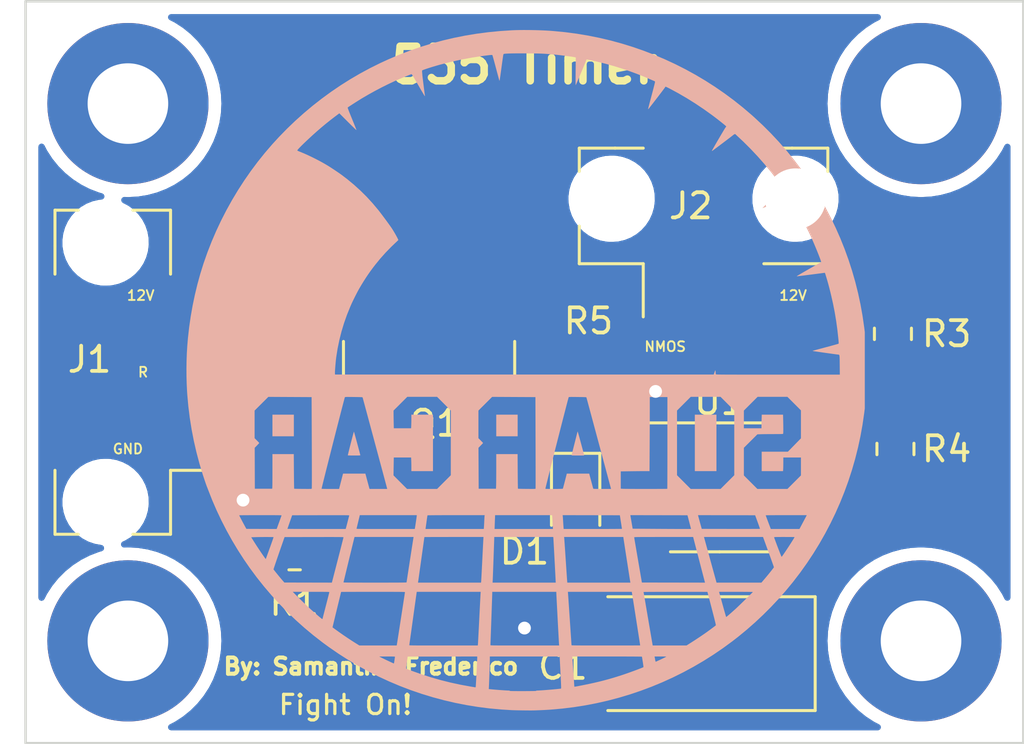
<source format=kicad_pcb>
(kicad_pcb (version 20211014) (generator pcbnew)
  (layers (0 "F.Cu" signal) (31 "B.Cu" signal) (36 "B.SilkS" user "B.Silkscreen") (37 "F.SilkS" user "F.Silkscreen") (38 "B.Mask" user) (39 "F.Mask" user) (44 "Edge.Cuts" user))
  (net 0 "")
  (net 1 "GND")
  (net 2 "Net-(D1-Pad1)")
  (net 3 "Net-(D1-Pad2)")
  (net 4 "+12V")
  (net 5 "Net-(J1-Pad2)")
  (net 6 "Net-(J2-Pad1)")
  (net 7 "Net-(R3-Pad2)")
  (net 9 "Net-(R4-Pad2)")
  (footprint "Package_TO_SOT_SMD:TO-252-2_TabPin1" (layer "F.Cu") (at 136.42 74.71 90)
    (fp_text reference "Q1" (at -4.03 0.232 180) (layer "F.SilkS"))
    (fp_text value "Q_NMOS_DGS" hide)
    (pad "1" smd rect (at 2.825 0 90) (size 7 7) (layers "F.Cu" "F.Mask") (net 6 "Net-(J2-Pad1)"))
    (pad "2" smd rect (at -4.575 -2.3 90) (size 3.5 2) (layers "F.Cu" "F.Paste" "F.Mask") (net 3 "Net-(D1-Pad2)"))
    (pad "3" smd rect (at -4.575 2.28 90) (size 3.5 2) (layers "F.Cu" "F.Paste" "F.Mask") (net 1 "GND"))
  )
  (footprint "MountingHole:MountingHole_3.2mm_M3_Pad" (layer "F.Cu") (at 124.46 87.376)
    (fp_text reference "REF**" hide)
    (fp_text value "MountingHole_3.2mm_M3_Pad" hide)
    (pad "1" thru_hole circle (at 0 0) (size 6.4 6.4) (drill 3.2) (layers *.Cu *.Mask))
  )
  (footprint "Package_SO:SOIC-8_3.9x4.9mm_P1.27mm" (layer "F.Cu") (at 147.955 81.28)
    (fp_text reference "U1" (at 0 -3.4) (layer "F.SilkS"))
    (fp_text value "NE555D" hide)
    (pad "1" smd roundrect (at -2.475 -1.905) (size 1.95 0.6) (layers "F.Cu" "F.Paste" "F.Mask") (net 1 "GND"))
    (pad "2" smd roundrect (at -2.475 -0.635) (size 1.95 0.6) (layers "F.Cu" "F.Paste" "F.Mask") (net 9 "Net-(R4-Pad2)"))
    (pad "3" smd roundrect (at -2.475 0.635) (size 1.95 0.6) (layers "F.Cu" "F.Paste" "F.Mask") (net 3 "Net-(D1-Pad2)"))
    (pad "4" smd roundrect (at -2.475 1.905) (size 1.95 0.6) (layers "F.Cu" "F.Paste" "F.Mask") (net 5 "Net-(J1-Pad2)"))
    (pad "5" smd roundrect (at 2.475 1.905) (size 1.95 0.6) (layers "F.Cu" "F.Paste" "F.Mask"))
    (pad "6" smd roundrect (at 2.475 0.635) (size 1.95 0.6) (layers "F.Cu" "F.Paste" "F.Mask") (net 9 "Net-(R4-Pad2)"))
    (pad "7" smd roundrect (at 2.475 -0.635) (size 1.95 0.6) (layers "F.Cu" "F.Paste" "F.Mask") (net 7 "Net-(R3-Pad2)"))
    (pad "8" smd roundrect (at 2.475 -1.905) (size 1.95 0.6) (layers "F.Cu" "F.Paste" "F.Mask") (net 4 "+12V"))
  )
  (footprint "Resistor_SMD:R_0805_2012Metric_Pad1.20x1.40mm_HandSolder" (layer "F.Cu") (at 131.08 83.82 180)
    (fp_text reference "R1" (at 0.016 -2.032) (layer "F.SilkS"))
    (fp_text value "10k" hide)
    (pad "1" smd roundrect (at -1 0 180) (size 1.2 1.4) (layers "F.Cu" "F.Paste" "F.Mask") (roundrect_rratio 0.208333) (net 5 "Net-(J1-Pad2)"))
    (pad "2" smd roundrect (at 1 0 180) (size 1.2 1.4) (layers "F.Cu" "F.Paste" "F.Mask") (roundrect_rratio 0.208333) (net 1 "GND"))
  )
  (footprint "LED_SMD:LED_0805_2012Metric_Pad1.15x1.40mm_HandSolder" (layer "F.Cu") (at 142.24 81.788 -90)
    (fp_text reference "D1" (at 2.032 2.032) (layer "F.SilkS"))
    (fp_text value "LED" hide)
    (pad "1" smd roundrect (at -1.025 0 270) (size 1.15 1.4) (layers "F.Cu" "F.Paste" "F.Mask") (roundrect_rratio 0.217391) (net 2 "Net-(D1-Pad1)"))
    (pad "2" smd roundrect (at 1.025 0 270) (size 1.15 1.4) (layers "F.Cu" "F.Paste" "F.Mask") (roundrect_rratio 0.217391) (net 3 "Net-(D1-Pad2)"))
  )
  (footprint "Capacitor_Tantalum_SMD:CP_EIA-7343-31_Kemet-D_Pad2.25x2.55mm_HandSolder" (layer "F.Cu") (at 147.168 87.884 180)
    (fp_text reference "C1" (at 5.436 -0.508) (layer "F.SilkS"))
    (fp_text value "100uF")
    (pad "1" smd roundrect (at -3.2 0 180) (size 2.25 2.55) (layers "F.Cu" "F.Paste" "F.Mask") (roundrect_rratio 0.111111) (net 9 "Net-(R4-Pad2)"))
    (pad "2" smd roundrect (at 3.2 0 180) (size 2.25 2.55) (layers "F.Cu" "F.Paste" "F.Mask") (roundrect_rratio 0.111111) (net 1 "GND"))
  )
  (footprint "Resistor_SMD:R_0805_2012Metric_Pad1.20x1.40mm_HandSolder" (layer "F.Cu") (at 130.556 72.136 -90)
    (fp_text reference "R2" (at 3.048 -0.508) (layer "F.SilkS"))
    (fp_text value "10k" hide)
    (pad "1" smd roundrect (at -1 0 270) (size 1.2 1.4) (layers "F.Cu" "F.Paste" "F.Mask") (roundrect_rratio 0.208333) (net 4 "+12V"))
    (pad "2" smd roundrect (at 1 0 270) (size 1.2 1.4) (layers "F.Cu" "F.Paste" "F.Mask") (roundrect_rratio 0.208333) (net 5 "Net-(J1-Pad2)"))
  )
  (footprint "Connector_Molex:Molex_Micro-Fit_3.0_43650-0321_1x03_P3.00mm_Vertical" (layer "F.Cu") (at 123.858 76.708 90)
    (fp_text reference "J1" (at 0.508 -0.922) (layer "F.SilkS"))
    (fp_text value "Conn_01x03_Female" hide)
    (pad "" np_thru_hole circle (at -5.15 -0.285 90) (size 2.41 2.41) (drill 2.41) (layers *.Cu *.Mask))
    (pad "" np_thru_hole circle (at 5.15 -0.285 90) (size 2.41 2.41) (drill 2.41) (layers *.Cu *.Mask))
    (pad "1" smd rect (at -3 3.135 90) (size 1.27 2.54) (layers "F.Cu" "F.Paste" "F.Mask") (net 1 "GND"))
    (pad "2" smd rect (at 0 3.135 90) (size 1.27 2.54) (layers "F.Cu" "F.Paste" "F.Mask") (net 5 "Net-(J1-Pad2)"))
    (pad "3" smd rect (at 3 3.135 90) (size 1.27 2.54) (layers "F.Cu" "F.Paste" "F.Mask") (net 4 "+12V"))
  )
  (footprint "Resistor_SMD:R_0805_2012Metric_Pad1.20x1.40mm_HandSolder" (layer "F.Cu") (at 154.94 79.756 -90)
    (fp_text reference "R4" (at 0 -2.032 180) (layer "F.SilkS"))
    (fp_text value "20k" hide)
    (pad "1" smd roundrect (at -1 0 270) (size 1.2 1.4) (layers "F.Cu" "F.Paste" "F.Mask") (roundrect_rratio 0.208333) (net 7 "Net-(R3-Pad2)"))
    (pad "2" smd roundrect (at 1 0 270) (size 1.2 1.4) (layers "F.Cu" "F.Paste" "F.Mask") (roundrect_rratio 0.208333) (net 9 "Net-(R4-Pad2)"))
  )
  (footprint "Connector_Molex:Molex_Micro-Fit_3.0_43650-0221_1x02_P3.00mm_Vertical" (layer "F.Cu") (at 147.32 70.104)
    (fp_text reference "J2" (at -0.508 0) (layer "F.SilkS"))
    (fp_text value "Conn_01x02_Female" hide)
    (pad "" np_thru_hole circle (at 3.65 -0.285) (size 2.41 2.41) (drill 2.41) (layers *.Cu *.Mask))
    (pad "" np_thru_hole circle (at -3.65 -0.285) (size 2.41 2.41) (drill 2.41) (layers *.Cu *.Mask))
    (pad "1" smd rect (at -1.5 3.135) (size 1.27 2.54) (layers "F.Cu" "F.Paste" "F.Mask") (net 6 "Net-(J2-Pad1)"))
    (pad "2" smd rect (at 1.5 3.135) (size 1.27 2.54) (layers "F.Cu" "F.Paste" "F.Mask") (net 4 "+12V"))
  )
  (footprint "MountingHole:MountingHole_3.2mm_M3_Pad" (layer "F.Cu") (at 124.46 66.04)
    (fp_text reference "REF**" hide)
    (fp_text value "MountingHole_3.2mm_M3_Pad" hide)
    (pad "1" thru_hole circle (at 0 0) (size 6.4 6.4) (drill 3.2) (layers *.Cu *.Mask))
  )
  (footprint "Resistor_SMD:R_0805_2012Metric_Pad1.20x1.40mm_HandSolder" (layer "F.Cu") (at 154.84 75.184 -90)
    (fp_text reference "R3" (at 0 -2.132 180) (layer "F.SilkS"))
    (fp_text value "10k" hide)
    (pad "1" smd roundrect (at -1 0 270) (size 1.2 1.4) (layers "F.Cu" "F.Paste" "F.Mask") (roundrect_rratio 0.208333) (net 4 "+12V"))
    (pad "2" smd roundrect (at 1 0 270) (size 1.2 1.4) (layers "F.Cu" "F.Paste" "F.Mask") (roundrect_rratio 0.208333) (net 7 "Net-(R3-Pad2)"))
  )
  (footprint "MountingHole:MountingHole_3.2mm_M3_Pad" (layer "F.Cu") (at 155.956 87.376)
    (fp_text reference "REF**" hide)
    (fp_text value "MountingHole_3.2mm_M3_Pad" hide)
    (pad "1" thru_hole circle (at 0 0) (size 6.4 6.4) (drill 3.2) (layers *.Cu *.Mask))
  )
  (footprint "Resistor_SMD:R_0805_2012Metric_Pad1.20x1.40mm_HandSolder" (layer "F.Cu") (at 142.748 77.216 -90)
    (fp_text reference "R5" (at -2.54 0 180) (layer "F.SilkS"))
    (fp_text value "20k" hide)
    (pad "1" smd roundrect (at -1 0 270) (size 1.2 1.4) (layers "F.Cu" "F.Paste" "F.Mask") (roundrect_rratio 0.208333) (net 1 "GND"))
    (pad "2" smd roundrect (at 1 0 270) (size 1.2 1.4) (layers "F.Cu" "F.Paste" "F.Mask") (roundrect_rratio 0.208333) (net 2 "Net-(D1-Pad1)"))
  )
  (footprint "MountingHole:MountingHole_3.2mm_M3_Pad" (layer "F.Cu") (at 155.956 66.04)
    (fp_text reference "REF**" hide)
    (fp_text value "MountingHole_3.2mm_M3_Pad" hide)
    (pad "1" thru_hole circle (at 0 0) (size 6.4 6.4) (drill 3.2) (layers *.Cu *.Mask))
  )
  (footprint "Library:background_reduced_silk_1in13" (layer "B.Cu") (at 140.208 76.708 180)
    (fp_text reference "G***" hide)
    (fp_text value "" hide)
  )
  (footprint "Library:sun+solar_mask_1in13" (layer "B.Cu") (at 140.208 76.708 180)
    (fp_text reference "G***" hide)
    (fp_text value "" hide)
  )
  (gr_rect (start 120.396 61.976) (end 160.02 91.44) (layer "Edge.Cuts") (width 0.1) (fill none))
  (gr_text "12V" (at 124.968 73.66) (layer "F.SilkS") (effects (font (size 0.3904 0.3904) (thickness 0.0738))))
  (gr_text "12V" (at 150.876 73.66) (layer "F.SilkS") (effects (font (size 0.3904 0.3904) (thickness 0.0738))))
  (gr_text "NMOS" (at 145.796 75.692) (layer "F.SilkS") (effects (font (size 0.3904 0.3904) (thickness 0.0738))))
  (gr_text "555 Timer" (at 140.208 64.516) (layer "F.SilkS") (effects (font (size 1.373 1.373) (thickness 0.3))))
  (gr_text "R" (at 125.062 76.708) (layer "F.SilkS") (effects (font (size 0.3904 0.3904) (thickness 0.0738))))
  (gr_text "GND" (at 124.46 79.756) (layer "F.SilkS") (effects (font (size 0.3904 0.3904) (thickness 0.0738))))
  (gr_text "Fight On!" (at 133.096 89.916) (layer "F.SilkS") (effects (font (size 0.7634 0.7634) (thickness 0.12735))))
  (gr_text "By: Samantha Frederico" (at 134.112 88.392) (layer "F.SilkS") (effects (font (size 0.6444 0.6444) (thickness 0.1611))))
  (segment (start 145.415 77.47) (end 144.161 76.216) (width 0.762) (layer "F.Cu") (net 1))
  (segment (start 130.08 82.836) (end 129.032 81.788) (width 0.762) (layer "F.Cu") (net 1))
  (segment (start 140.716 77.724) (end 142.224 76.216) (width 0.762) (layer "F.Cu") (net 1))
  (segment (start 127.087 79.843) (end 129.032 81.788) (width 0.762) (layer "F.Cu") (net 1))
  (segment (start 144.161 76.216) (end 142.748 76.216) (width 0.762) (layer "F.Cu") (net 1))
  (segment (start 142.224 76.216) (end 142.748 76.216) (width 0.762) (layer "F.Cu") (net 1))
  (segment (start 130.08 83.82) (end 130.08 82.836) (width 0.762) (layer "F.Cu") (net 1))
  (segment (start 127.087 79.708) (end 127.087 79.843) (width 0.762) (layer "F.Cu") (net 1))
  (segment (start 140.716 78.74) (end 140.716 77.724) (width 0.762) (layer "F.Cu") (net 1))
  (segment (start 145.48 79.375) (end 145.48 77.535) (width 0.762) (layer "F.Cu") (net 1))
  (segment (start 145.48 77.535) (end 145.415 77.47) (width 0.762) (layer "F.Cu") (net 1))
  (segment (start 142.952 86.868) (end 140.208 86.868) (width 0.762) (layer "F.Cu") (net 1))
  (segment (start 143.968 87.884) (end 142.952 86.868) (width 0.762) (layer "F.Cu") (net 1))
  (segment (start 138.7 79.285) (end 140.171 79.285) (width 0.762) (layer "F.Cu") (net 1))
  (segment (start 140.171 79.285) (end 140.716 78.74) (width 0.762) (layer "F.Cu") (net 1))
  (via (at 145.415 77.47) (size 1.016) (drill 0.508) (layers "F.Cu" "B.Cu") (net 1))
  (via (at 140.208 86.868) (size 1.016) (drill 0.508) (layers "F.Cu" "B.Cu") (net 1))
  (via (at 129.032 81.788) (size 1.016) (drill 0.508) (layers "F.Cu" "B.Cu") (net 1))
  (segment (start 142.748 80.255) (end 142.748 78.216) (width 0.254) (layer "F.Cu") (net 2))
  (segment (start 142.24 80.763) (end 142.748 80.255) (width 0.254) (layer "F.Cu") (net 2))
  (segment (start 143.247 82.813) (end 144.145 81.915) (width 0.254) (layer "F.Cu") (net 3))
  (segment (start 134.112 79.293) (end 134.12 79.285) (width 0.254) (layer "F.Cu") (net 3))
  (segment (start 142.24 82.813) (end 142.231 82.804) (width 0.254) (layer "F.Cu") (net 3))
  (segment (start 134.112 81.28) (end 134.112 79.293) (width 0.254) (layer "F.Cu") (net 3))
  (segment (start 142.231 82.804) (end 135.636 82.804) (width 0.254) (layer "F.Cu") (net 3))
  (segment (start 135.636 82.804) (end 134.112 81.28) (width 0.254) (layer "F.Cu") (net 3))
  (segment (start 144.145 81.915) (end 144.845 81.915) (width 0.254) (layer "F.Cu") (net 3))
  (segment (start 142.24 82.813) (end 143.247 82.813) (width 0.254) (layer "F.Cu") (net 3))
  (segment (start 150.43 77.662) (end 150.43 79.375) (width 0.762) (layer "F.Cu") (net 4))
  (segment (start 129.659 71.136) (end 130.556 71.136) (width 0.762) (layer "F.Cu") (net 4))
  (segment (start 146.812 67.056) (end 131.572 67.056) (width 0.762) (layer "F.Cu") (net 4))
  (segment (start 148.82 73.239) (end 148.82 69.064) (width 0.762) (layer "F.Cu") (net 4))
  (segment (start 148.82 69.064) (end 146.812 67.056) (width 0.762) (layer "F.Cu") (net 4))
  (segment (start 148.82 75.668) (end 148.82 73.239) (width 0.762) (layer "F.Cu") (net 4))
  (segment (start 150.622 77.47) (end 148.82 75.668) (width 0.762) (layer "F.Cu") (net 4))
  (segment (start 127.087 73.708) (end 129.659 71.136) (width 0.762) (layer "F.Cu") (net 4))
  (segment (start 154.84 74.184) (end 153.908 74.184) (width 0.762) (layer "F.Cu") (net 4))
  (segment (start 130.556 68.072) (end 130.556 71.136) (width 0.762) (layer "F.Cu") (net 4))
  (segment (start 131.572 67.056) (end 130.556 68.072) (width 0.762) (layer "F.Cu") (net 4))
  (segment (start 153.908 74.184) (end 150.622 77.47) (width 0.762) (layer "F.Cu") (net 4))
  (segment (start 150.622 77.47) (end 150.43 77.662) (width 0.762) (layer "F.Cu") (net 4))
  (segment (start 130.556 73.239) (end 130.556 73.136) (width 0.254) (layer "F.Cu") (net 5))
  (segment (start 144.78 83.185) (end 145.48 83.185) (width 0.254) (layer "F.Cu") (net 5))
  (segment (start 133.065 84.805) (end 143.225 84.805) (width 0.254) (layer "F.Cu") (net 5))
  (segment (start 129.54 78.74) (end 129.54 79.756) (width 0.254) (layer "F.Cu") (net 5))
  (segment (start 127.087 76.708) (end 127.508 76.708) (width 0.254) (layer "F.Cu") (net 5))
  (segment (start 127.087 76.708) (end 130.556 73.239) (width 0.254) (layer "F.Cu") (net 5))
  (segment (start 132.08 83.82) (end 133.065 84.805) (width 0.254) (layer "F.Cu") (net 5))
  (segment (start 129.54 79.756) (end 132.08 82.296) (width 0.254) (layer "F.Cu") (net 5))
  (segment (start 144.845 83.185) (end 143.225 84.805) (width 0.254) (layer "F.Cu") (net 5))
  (segment (start 127.508 76.708) (end 129.54 78.74) (width 0.254) (layer "F.Cu") (net 5))
  (segment (start 132.08 82.296) (end 132.08 83.82) (width 0.254) (layer "F.Cu") (net 5))
  (segment (start 137.774 73.239) (end 136.42 71.885) (width 0.254) (layer "F.Cu") (net 6))
  (segment (start 145.82 73.239) (end 137.774 73.239) (width 0.254) (layer "F.Cu") (net 6))
  (segment (start 154.84 78.656) (end 154.84 75.676) (width 0.254) (layer "F.Cu") (net 7))
  (segment (start 152.019 80.645) (end 153.908 78.756) (width 0.254) (layer "F.Cu") (net 7))
  (segment (start 154.94 78.756) (end 154.84 78.656) (width 0.254) (layer "F.Cu") (net 7))
  (segment (start 150.43 80.645) (end 152.019 80.645) (width 0.254) (layer "F.Cu") (net 7))
  (segment (start 153.908 78.756) (end 154.94 78.756) (width 0.254) (layer "F.Cu") (net 7))
  (segment (start 153.543 81.915) (end 153.781 81.915) (width 0.254) (layer "F.Cu") (net 9))
  (segment (start 148.796053 81.915) (end 150.43 81.915) (width 0.254) (layer "F.Cu") (net 9))
  (segment (start 147.526053 80.645) (end 148.796053 81.915) (width 0.254) (layer "F.Cu") (net 9))
  (segment (start 145.48 80.645) (end 147.526053 80.645) (width 0.254) (layer "F.Cu") (net 9))
  (segment (start 150.368 87.884) (end 150.368 86.6155) (width 0.254) (layer "F.Cu") (net 9))
  (segment (start 150.43 81.915) (end 153.543 81.915) (width 0.254) (layer "F.Cu") (net 9))
  (segment (start 150.368 86.6155) (end 153.543 83.4405) (width 0.254) (layer "F.Cu") (net 9))
  (segment (start 153.543 83.4405) (end 153.543 81.915) (width 0.254) (layer "F.Cu") (net 9))
  (segment (start 153.781 81.915) (end 154.94 80.756) (width 0.254) (layer "F.Cu") (net 9))
  (zone (net 1) (net_name "GND") (layer "B.Cu") (connect_pads (clearance 0.508)) (min_thickness 0.254) (fill yes (thermal_gap 0.508) (thermal_bridge_width 0.508))
    (polygon (pts (xy 160.02 91.44) (xy 120.396 91.44) (xy 120.396 61.976) (xy 160.02 61.976)))
  )
  (zone (net 1) (net_name "GND") (layer "B.Cu") (connect_pads (clearance 0.508)) (min_thickness 0.254) (fill yes (thermal_gap 0.508) (thermal_bridge_width 0.508))
    (polygon (pts (xy 158.75 88.9) (xy 119.38 88.9) (xy 119.38 64.135) (xy 158.75 64.135)))
  )
)
</source>
